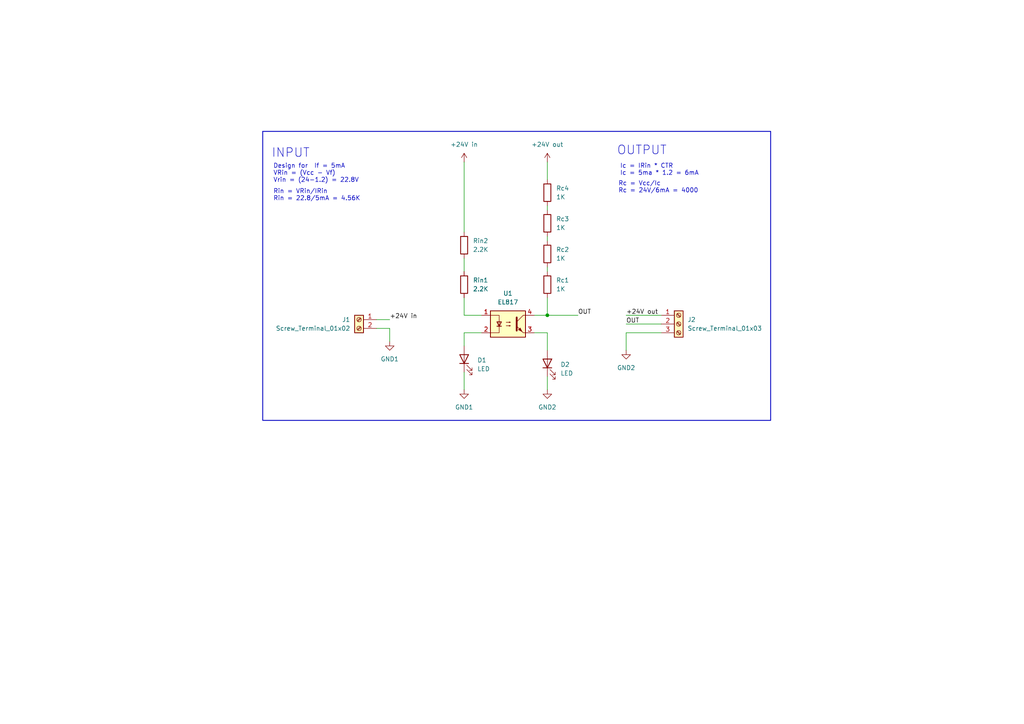
<source format=kicad_sch>
(kicad_sch (version 20231120) (generator "eeschema") (generator_version "8.0")
  (paper "A4")
  (title_block (title "Optocoupler") (date "2024-03-08") (company "TSENTER") (comment 1 "Tauno Erik"))
  (lib_symbols
    (symbol "Connector:Screw_Terminal_01x02" (pin_names (offset 1.016) hide)
      (property "Reference" "J" (at 0 2.54 0))
      (property "Value" "Screw_Terminal_01x02" (at 0 -5.08 0))
      (symbol "Screw_Terminal_01x02_1_1"
        (rectangle (start -1.27 1.27) (end 1.27 -3.81) (stroke (width 0.254)) (fill (type background)))
        (circle (center 0 -2.54) (radius 0.635) (stroke (width 0.1524)))
        (polyline (pts (xy -0.5334 -2.2098) (xy 0.3302 -3.048)) (stroke (width 0.1524)))
        (polyline (pts (xy -0.5334 0.3302) (xy 0.3302 -0.508)) (stroke (width 0.1524)))
        (polyline (pts (xy -0.3556 -2.032) (xy 0.508 -2.8702)) (stroke (width 0.1524)))
        (polyline (pts (xy -0.3556 0.508) (xy 0.508 -0.3302)) (stroke (width 0.1524)))
        (circle (center 0 0) (radius 0.635) (stroke (width 0.1524)))
        (pin passive line (at -5.08 0 0) (length 3.81) (name "Pin_1") (number "1"))
        (pin passive line (at -5.08 -2.54 0) (length 3.81) (name "Pin_2") (number "2"))
      )
    )
    (symbol "Connector:Screw_Terminal_01x03" (pin_names (offset 1.016) hide)
      (property "Reference" "J" (at 0 5.08 0))
      (property "Value" "Screw_Terminal_01x03" (at 0 -5.08 0))
      (symbol "Screw_Terminal_01x03_1_1"
        (rectangle (start -1.27 3.81) (end 1.27 -3.81) (stroke (width 0.254)) (fill (type background)))
        (circle (center 0 -2.54) (radius 0.635) (stroke (width 0.1524)))
        (polyline (pts (xy -0.5334 -2.2098) (xy 0.3302 -3.048)) (stroke (width 0.1524)))
        (polyline (pts (xy -0.5334 0.3302) (xy 0.3302 -0.508)) (stroke (width 0.1524)))
        (polyline (pts (xy -0.5334 2.8702) (xy 0.3302 2.032)) (stroke (width 0.1524)))
        (polyline (pts (xy -0.3556 -2.032) (xy 0.508 -2.8702)) (stroke (width 0.1524)))
        (polyline (pts (xy -0.3556 0.508) (xy 0.508 -0.3302)) (stroke (width 0.1524)))
        (polyline (pts (xy -0.3556 3.048) (xy 0.508 2.2098)) (stroke (width 0.1524)))
        (circle (center 0 0) (radius 0.635) (stroke (width 0.1524)))
        (circle (center 0 2.54) (radius 0.635) (stroke (width 0.1524)))
        (pin passive line (at -5.08 2.54 0) (length 3.81) (name "Pin_1") (number "1"))
        (pin passive line (at -5.08 0 0) (length 3.81) (name "Pin_2") (number "2"))
        (pin passive line (at -5.08 -2.54 0) (length 3.81) (name "Pin_3") (number "3"))
      )
    )
    (symbol "Device:LED" (pin_numbers hide) (pin_names (offset 1.016) hide)
      (property "Reference" "D" (at 0 2.54 0))
      (property "Value" "LED" (at 0 -2.54 0))
      (symbol "LED_0_1"
        (polyline (pts (xy -1.27 -1.27) (xy -1.27 1.27)) (stroke (width 0.254)))
        (polyline (pts (xy -1.27 0) (xy 1.27 0)))
        (polyline (pts (xy 1.27 -1.27) (xy 1.27 1.27) (xy -1.27 0) (xy 1.27 -1.27)) (stroke (width 0.254)))
        (polyline (pts (xy -3.048 -0.762) (xy -4.572 -2.286) (xy -3.81 -2.286) (xy -4.572 -2.286) (xy -4.572 -1.524)))
        (polyline (pts (xy -1.778 -0.762) (xy -3.302 -2.286) (xy -2.54 -2.286) (xy -3.302 -2.286) (xy -3.302 -1.524)))
      )
      (symbol "LED_1_1"
        (pin passive line (at -3.81 0 0) (length 2.54) (name "K") (number "1"))
        (pin passive line (at 3.81 0 180) (length 2.54) (name "A") (number "2"))
      )
    )
    (symbol "Device:R" (pin_numbers hide) (pin_names (offset 0))
      (property "Reference" "R" (at 2.032 0 90))
      (property "Value" "R" (at 0 0 90))
      (symbol "R_0_1"
        (rectangle (start -1.016 -2.54) (end 1.016 2.54) (stroke (width 0.254)))
      )
      (symbol "R_1_1"
        (pin passive line (at 0 3.81 270) (length 1.27) (name "~") (number "1"))
        (pin passive line (at 0 -3.81 90) (length 1.27) (name "~") (number "2"))
      )
    )
    (symbol "Isolator:EL817" (pin_names (offset 1.016))
      (property "Reference" "U" (at -5.08 5.08 0))
      (property "Value" "EL817" (at 0 5.08 0))
      (symbol "EL817_0_1"
        (rectangle (start -5.08 3.81) (end 5.08 -3.81) (stroke (width 0.254)) (fill (type background)))
        (polyline (pts (xy -3.175 -0.635) (xy -1.905 -0.635)) (stroke (width 0.254)))
        (polyline (pts (xy 2.54 0.635) (xy 4.445 2.54)))
        (polyline (pts (xy 4.445 -2.54) (xy 2.54 -0.635)) (fill (type outline)))
        (polyline (pts (xy 4.445 -2.54) (xy 5.08 -2.54)))
        (polyline (pts (xy 4.445 2.54) (xy 5.08 2.54)))
        (polyline (pts (xy -5.08 2.54) (xy -2.54 2.54) (xy -2.54 -0.635)))
        (polyline (pts (xy -2.54 -0.635) (xy -2.54 -2.54) (xy -5.08 -2.54)))
        (polyline (pts (xy 2.54 1.905) (xy 2.54 -1.905) (xy 2.54 -1.905)) (stroke (width 0.508)))
        (polyline (pts (xy -2.54 -0.635) (xy -3.175 0.635) (xy -1.905 0.635) (xy -2.54 -0.635)) (stroke (width 0.254)))
        (polyline (pts (xy -0.508 -0.508) (xy 0.762 -0.508) (xy 0.381 -0.635) (xy 0.381 -0.381) (xy 0.762 -0.508)))
        (polyline (pts (xy -0.508 0.508) (xy 0.762 0.508) (xy 0.381 0.381) (xy 0.381 0.635) (xy 0.762 0.508)))
        (polyline (pts (xy 3.048 -1.651) (xy 3.556 -1.143) (xy 4.064 -2.159) (xy 3.048 -1.651) (xy 3.048 -1.651)) (fill (type outline)))
      )
      (symbol "EL817_1_1"
        (pin passive line (at -7.62 2.54 0) (length 2.54) (name "~") (number "1"))
        (pin passive line (at -7.62 -2.54 0) (length 2.54) (name "~") (number "2"))
        (pin passive line (at 7.62 -2.54 180) (length 2.54) (name "~") (number "3"))
        (pin passive line (at 7.62 2.54 180) (length 2.54) (name "~") (number "4"))
      )
    )
    (symbol "power:+24V" (power) (pin_numbers hide) (pin_names (offset 0) hide)
      (property "Value" "+24V" (at 0 3.556 0))
      (symbol "+24V_0_1"
        (polyline (pts (xy -0.762 1.27) (xy 0 2.54)))
        (polyline (pts (xy 0 0) (xy 0 2.54)))
        (polyline (pts (xy 0 2.54) (xy 0.762 1.27)))
      )
      (symbol "+24V_1_1"
        (pin power_in line (at 0 0 90) (length 0) (name "~") (number "1"))
      )
    )
    (symbol "power:GND1" (power) (pin_numbers hide) (pin_names (offset 0) hide)
      (property "Value" "GND1" (at 0 -3.81 0))
      (symbol "GND1_0_1"
        (polyline (pts (xy 0 0) (xy 0 -1.27) (xy 1.27 -1.27) (xy 0 -2.54) (xy -1.27 -1.27) (xy 0 -1.27)))
      )
      (symbol "GND1_1_1"
        (pin power_in line (at 0 0 270) (length 0) (name "~") (number "1"))
      )
    )
    (symbol "power:GND2" (power) (pin_numbers hide) (pin_names (offset 0) hide)
      (property "Value" "GND2" (at 0 -3.81 0))
      (symbol "GND2_0_1"
        (polyline (pts (xy 0 0) (xy 0 -1.27) (xy 1.27 -1.27) (xy 0 -2.54) (xy -1.27 -1.27) (xy 0 -1.27)))
      )
      (symbol "GND2_1_1"
        (pin power_in line (at 0 0 270) (length 0) (name "~") (number "1"))
      )
    )
  )
  (junction (at 158.75 91.44))
  (wire (pts (xy 139.7 96.52) (xy 134.62 96.52)))
  (wire (pts (xy 134.62 107.95) (xy 134.62 113.03)))
  (wire (pts (xy 158.75 91.44) (xy 154.94 91.44)))
  (wire (pts (xy 181.61 96.52) (xy 181.61 101.6)))
  (wire (pts (xy 158.75 109.22) (xy 158.75 113.03)))
  (wire (pts (xy 158.75 68.58) (xy 158.75 69.85)))
  (wire (pts (xy 158.75 59.69) (xy 158.75 60.96)))
  (wire (pts (xy 134.62 96.52) (xy 134.62 100.33)))
  (wire (pts (xy 109.22 95.25) (xy 113.03 95.25)))
  (wire (pts (xy 158.75 46.99) (xy 158.75 52.07)))
  (wire (pts (xy 113.03 95.25) (xy 113.03 99.06)))
  (wire (pts (xy 134.62 91.44) (xy 139.7 91.44)))
  (wire (pts (xy 191.77 96.52) (xy 181.61 96.52)))
  (wire (pts (xy 181.61 93.98) (xy 191.77 93.98)))
  (wire (pts (xy 158.75 96.52) (xy 158.75 101.6)))
  (wire (pts (xy 134.62 86.36) (xy 134.62 91.44)))
  (wire (pts (xy 134.62 46.99) (xy 134.62 67.31)))
  (wire (pts (xy 158.75 86.36) (xy 158.75 91.44)))
  (wire (pts (xy 158.75 91.44) (xy 167.64 91.44)))
  (wire (pts (xy 109.22 92.71) (xy 113.03 92.71)))
  (wire (pts (xy 158.75 77.47) (xy 158.75 78.74)))
  (wire (pts (xy 134.62 74.93) (xy 134.62 78.74)))
  (wire (pts (xy 181.61 91.44) (xy 191.77 91.44)))
  (wire (pts (xy 154.94 96.52) (xy 158.75 96.52)))
  (rectangle (start 76.2 38.1) (end 223.52 121.92) (stroke (width 0.254)))
  (text "Ic = IRin * CTR\nIc = 5ma * 1.2 = 6mA" (at 179.832 47.498 0) (effects (font (size 1.27 1.27)) (justify left top)))
  (text "Design for  If = 5mA\nVRin = (Vcc - Vf)\nVrin = (24-1.2) = 22.8V" (at 79.248 47.498 0) (effects (font (size 1.27 1.27)) (justify left top)))
  (text "Rin = VRin/IRin\nRin = 22.8/5mA = 4.56K " (at 79.248 54.864 0) (effects (font (size 1.27 1.27)) (justify left top)))
  (text "Rc = Vcc/Ic\nRc = 24V/6mA = 4000" (at 179.324 52.578 0) (effects (font (size 1.27 1.27)) (justify left top)))
  (text "INPUT" (at 84.328 44.45 0) (effects (font (size 2.54 2.54))))
  (text "OUTPUT" (at 186.182 43.688 0) (effects (font (size 2.54 2.54))))
  (label "OUT" (at 167.64 91.44 0))
  (label "OUT" (at 181.61 93.98 0))
  (label "+24V in" (at 113.03 92.71 0))
  (label "+24V out" (at 181.61 91.44 0))
  (symbol (lib_id "power:+24V") (at 134.62 46.99 0) (unit 1)
    (property "Reference" "#PWR05" (effects (hide yes)))
    (property "Value" "+24V in" (at 134.62 41.91 0))
    (property "Description" "Power symbol creates a global label with name \"+24V\"" (effects (hide yes)))
  )
  (symbol (lib_id "Device:R") (at 158.75 64.77 0) (unit 1)
    (property "Reference" "Rc3" (at 161.29 63.4999 0) (effects (justify left)))
    (property "Value" "1K" (at 161.29 66.0399 0) (effects (justify left)))
    (property "Footprint" "Resistor_THT:R_Axial_DIN0204_L3.6mm_D1.6mm_P5.08mm_Horizontal" (effects (hide yes)))
    (property "Description" "Resistor" (effects (hide yes)))
  )
  (symbol (lib_id "Device:R") (at 134.62 71.12 0) (unit 1)
    (property "Reference" "Rin2" (at 137.16 69.8499 0) (effects (justify left)))
    (property "Value" "2.2K" (at 137.16 72.3899 0) (effects (justify left)))
    (property "Footprint" "Resistor_THT:R_Axial_DIN0204_L3.6mm_D1.6mm_P5.08mm_Horizontal" (effects (hide yes)))
    (property "Description" "Resistor" (effects (hide yes)))
  )
  (symbol (lib_id "power:GND1") (at 113.03 99.06 0) (unit 1)
    (property "Reference" "#PWR09" (effects (hide yes)))
    (property "Value" "GND1" (at 113.03 104.14 0))
    (property "Description" "Power symbol creates a global label with name \"GND1\" , ground" (effects (hide yes)))
  )
  (symbol (lib_id "Device:R") (at 158.75 55.88 0) (unit 1)
    (property "Reference" "Rc4" (at 161.29 54.6099 0) (effects (justify left)))
    (property "Value" "1K" (at 161.29 57.1499 0) (effects (justify left)))
    (property "Footprint" "Resistor_THT:R_Axial_DIN0204_L3.6mm_D1.6mm_P5.08mm_Horizontal" (effects (hide yes)))
    (property "Description" "Resistor" (effects (hide yes)))
  )
  (symbol (lib_id "power:GND1") (at 134.62 113.03 0) (unit 1)
    (property "Reference" "#PWR06" (effects (hide yes)))
    (property "Value" "GND1" (at 134.62 118.11 0))
    (property "Description" "Power symbol creates a global label with name \"GND1\" , ground" (effects (hide yes)))
  )
  (symbol (lib_id "Isolator:EL817") (at 147.32 93.98 0) (unit 1)
    (property "Reference" "U1" (at 147.32 85.09 0))
    (property "Value" "EL817" (at 147.32 87.63 0))
    (property "Footprint" "Package_DIP:DIP-4_W7.62mm" (effects (hide yes)))
    (property "Datasheet" "http://www.everlight.com/file/ProductFile/EL817.pdf" (effects (hide yes)))
    (property "Description" "DC Optocoupler, Vce 35V, DIP-4" (effects (hide yes)))
  )
  (symbol (lib_id "Connector:Screw_Terminal_01x02") (at 104.14 92.71 0) (mirror y) (unit 1)
    (property "Reference" "J1" (at 101.6 92.7099 0) (effects (justify left)))
    (property "Value" "Screw_Terminal_01x02" (at 101.6 95.2499 0) (effects (justify left)))
    (property "Footprint" "TerminalBlock:TerminalBlock_bornier-2_P5.08mm" (effects (hide yes)))
    (property "Description" "Generic screw terminal, single row, 01x02, script generated (kicad-library-utils/schlib/autogen/connector/)" (effects (hide yes)))
  )
  (symbol (lib_id "Device:LED") (at 134.62 104.14 90) (unit 1)
    (property "Reference" "D1" (at 138.43 104.4574 90) (effects (justify right)))
    (property "Value" "LED" (at 138.43 106.9974 90) (effects (justify right)))
    (property "Footprint" "LED_THT:LED_D5.0mm" (effects (hide yes)))
    (property "Description" "Light emitting diode" (effects (hide yes)))
  )
  (symbol (lib_id "power:GND2") (at 158.75 113.03 0) (unit 1)
    (property "Reference" "#PWR08" (effects (hide yes)))
    (property "Value" "GND2" (at 158.75 118.11 0))
    (property "Description" "Power symbol creates a global label with name \"GND2\" , ground" (effects (hide yes)))
  )
  (symbol (lib_id "Device:LED") (at 158.75 105.41 90) (unit 1)
    (property "Reference" "D2" (at 162.56 105.7274 90) (effects (justify right)))
    (property "Value" "LED" (at 162.56 108.2674 90) (effects (justify right)))
    (property "Footprint" "LED_THT:LED_D5.0mm" (effects (hide yes)))
    (property "Description" "Light emitting diode" (effects (hide yes)))
  )
  (symbol (lib_id "Device:R") (at 158.75 82.55 0) (unit 1)
    (property "Reference" "Rc1" (at 161.29 81.2799 0) (effects (justify left)))
    (property "Value" "1K" (at 161.29 83.8199 0) (effects (justify left)))
    (property "Footprint" "Resistor_THT:R_Axial_DIN0204_L3.6mm_D1.6mm_P5.08mm_Horizontal" (effects (hide yes)))
    (property "Description" "Resistor" (effects (hide yes)))
  )
  (symbol (lib_id "power:GND2") (at 181.61 101.6 0) (unit 1)
    (property "Reference" "#PWR010" (effects (hide yes)))
    (property "Value" "GND2" (at 181.61 106.68 0))
    (property "Description" "Power symbol creates a global label with name \"GND2\" , ground" (effects (hide yes)))
  )
  (symbol (lib_id "Device:R") (at 134.62 82.55 0) (unit 1)
    (property "Reference" "Rin1" (at 137.16 81.2799 0) (effects (justify left)))
    (property "Value" "2.2K" (at 137.16 83.8199 0) (effects (justify left)))
    (property "Footprint" "Resistor_THT:R_Axial_DIN0204_L3.6mm_D1.6mm_P5.08mm_Horizontal" (effects (hide yes)))
    (property "Description" "Resistor" (effects (hide yes)))
  )
  (symbol (lib_id "Connector:Screw_Terminal_01x03") (at 196.85 93.98 0) (unit 1)
    (property "Reference" "J2" (at 199.39 92.7099 0) (effects (justify left)))
    (property "Value" "Screw_Terminal_01x03" (at 199.39 95.2499 0) (effects (justify left)))
    (property "Footprint" "TerminalBlock:TerminalBlock_bornier-3_P5.08mm" (effects (hide yes)))
    (property "Description" "Generic screw terminal, single row, 01x03, script generated (kicad-library-utils/schlib/autogen/connector/)" (effects (hide yes)))
  )
  (symbol (lib_id "power:+24V") (at 158.75 46.99 0) (unit 1)
    (property "Reference" "#PWR07" (effects (hide yes)))
    (property "Value" "+24V out" (at 158.75 41.91 0))
    (property "Description" "Power symbol creates a global label with name \"+24V\"" (effects (hide yes)))
  )
  (symbol (lib_id "Device:R") (at 158.75 73.66 0) (unit 1)
    (property "Reference" "Rc2" (at 161.29 72.3899 0) (effects (justify left)))
    (property "Value" "1K" (at 161.29 74.9299 0) (effects (justify left)))
    (property "Footprint" "Resistor_THT:R_Axial_DIN0204_L3.6mm_D1.6mm_P5.08mm_Horizontal" (effects (hide yes)))
    (property "Description" "Resistor" (effects (hide yes)))
  )
)
</source>
